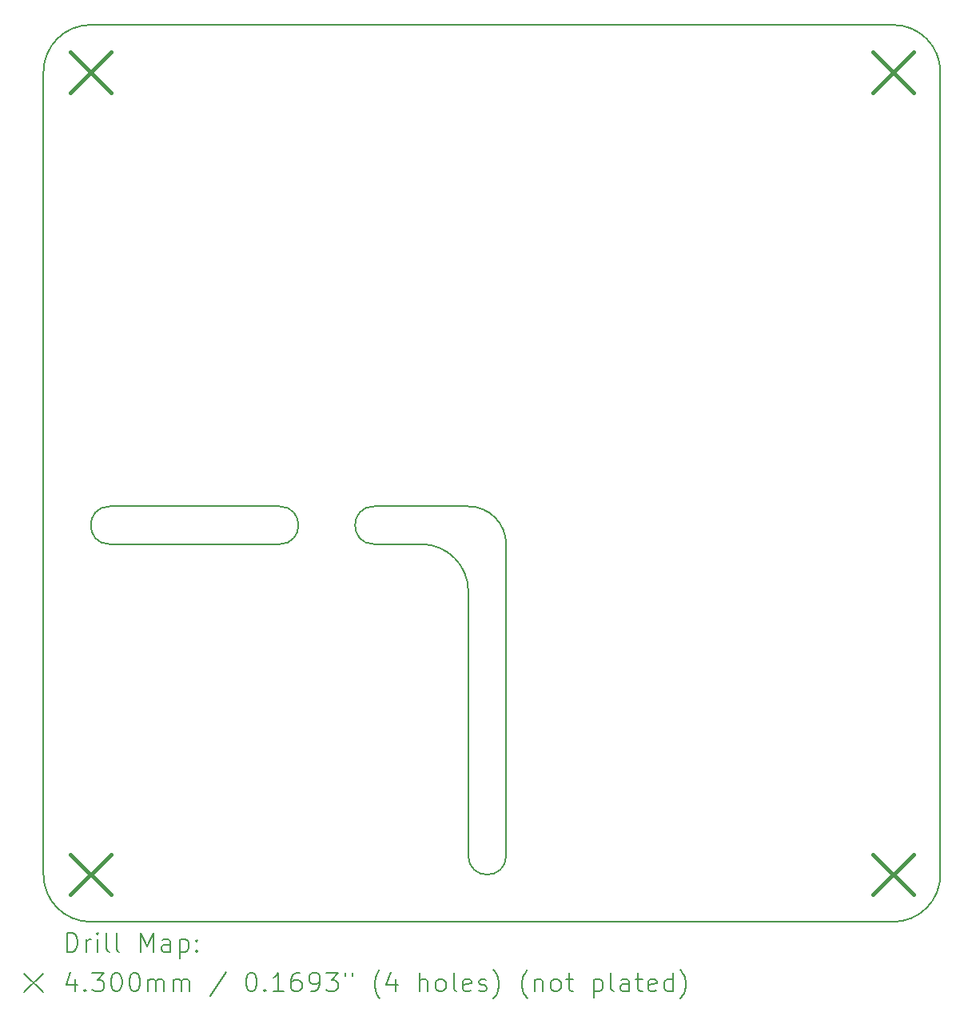
<source format=gbr>
%TF.GenerationSoftware,KiCad,Pcbnew,6.0.11+dfsg-1*%
%TF.CreationDate,2023-12-17T00:58:21-05:00*%
%TF.ProjectId,base_controller,62617365-5f63-46f6-9e74-726f6c6c6572,rev?*%
%TF.SameCoordinates,Original*%
%TF.FileFunction,Drillmap*%
%TF.FilePolarity,Positive*%
%FSLAX45Y45*%
G04 Gerber Fmt 4.5, Leading zero omitted, Abs format (unit mm)*
G04 Created by KiCad (PCBNEW 6.0.11+dfsg-1) date 2023-12-17 00:58:21*
%MOMM*%
%LPD*%
G01*
G04 APERTURE LIST*
%ADD10C,0.150000*%
%ADD11C,0.200000*%
%ADD12C,0.430000*%
G04 APERTURE END LIST*
D10*
X10000000Y-14500000D02*
X10000000Y-6000000D01*
X13500000Y-11000000D02*
X14000000Y-11000000D01*
X10500000Y-5500000D02*
G75*
G03*
X10000000Y-6000000I0J-500000D01*
G01*
X10500000Y-15000000D02*
X19000000Y-15000000D01*
X13500000Y-10600000D02*
G75*
G03*
X13500000Y-11000000I0J-200000D01*
G01*
X14500000Y-11500000D02*
G75*
G03*
X14000000Y-11000000I-500000J0D01*
G01*
X14900000Y-11000000D02*
G75*
G03*
X14500000Y-10600000I-400000J0D01*
G01*
X12500000Y-11000000D02*
G75*
G03*
X12500000Y-10600000I0J200000D01*
G01*
X10500000Y-5500000D02*
X19000000Y-5500000D01*
X19500000Y-6000000D02*
X19500000Y-14500000D01*
X19500000Y-6000000D02*
G75*
G03*
X19000000Y-5500000I-500000J0D01*
G01*
X14500000Y-14300000D02*
G75*
G03*
X14900000Y-14300000I200000J0D01*
G01*
X10700000Y-10600000D02*
X12500000Y-10600000D01*
X10700000Y-10600000D02*
G75*
G03*
X10700000Y-11000000I0J-200000D01*
G01*
X10000000Y-14500000D02*
G75*
G03*
X10500000Y-15000000I500000J0D01*
G01*
X10700000Y-11000000D02*
X12500000Y-11000000D01*
X13500000Y-10600000D02*
X14500000Y-10600000D01*
X14900000Y-11000000D02*
X14900000Y-14300000D01*
X14500000Y-11500000D02*
X14500000Y-14300000D01*
X19000000Y-15000000D02*
G75*
G03*
X19500000Y-14500000I0J500000D01*
G01*
D11*
D12*
X10285000Y-5785000D02*
X10715000Y-6215000D01*
X10715000Y-5785000D02*
X10285000Y-6215000D01*
X10285000Y-14285000D02*
X10715000Y-14715000D01*
X10715000Y-14285000D02*
X10285000Y-14715000D01*
X18785000Y-5785000D02*
X19215000Y-6215000D01*
X19215000Y-5785000D02*
X18785000Y-6215000D01*
X18785000Y-14285000D02*
X19215000Y-14715000D01*
X19215000Y-14285000D02*
X18785000Y-14715000D01*
D11*
X10250119Y-15317976D02*
X10250119Y-15117976D01*
X10297738Y-15117976D01*
X10326310Y-15127500D01*
X10345357Y-15146548D01*
X10354881Y-15165595D01*
X10364405Y-15203690D01*
X10364405Y-15232262D01*
X10354881Y-15270357D01*
X10345357Y-15289405D01*
X10326310Y-15308452D01*
X10297738Y-15317976D01*
X10250119Y-15317976D01*
X10450119Y-15317976D02*
X10450119Y-15184643D01*
X10450119Y-15222738D02*
X10459643Y-15203690D01*
X10469167Y-15194167D01*
X10488214Y-15184643D01*
X10507262Y-15184643D01*
X10573929Y-15317976D02*
X10573929Y-15184643D01*
X10573929Y-15117976D02*
X10564405Y-15127500D01*
X10573929Y-15137024D01*
X10583452Y-15127500D01*
X10573929Y-15117976D01*
X10573929Y-15137024D01*
X10697738Y-15317976D02*
X10678690Y-15308452D01*
X10669167Y-15289405D01*
X10669167Y-15117976D01*
X10802500Y-15317976D02*
X10783452Y-15308452D01*
X10773929Y-15289405D01*
X10773929Y-15117976D01*
X11031071Y-15317976D02*
X11031071Y-15117976D01*
X11097738Y-15260833D01*
X11164405Y-15117976D01*
X11164405Y-15317976D01*
X11345357Y-15317976D02*
X11345357Y-15213214D01*
X11335833Y-15194167D01*
X11316786Y-15184643D01*
X11278690Y-15184643D01*
X11259643Y-15194167D01*
X11345357Y-15308452D02*
X11326309Y-15317976D01*
X11278690Y-15317976D01*
X11259643Y-15308452D01*
X11250119Y-15289405D01*
X11250119Y-15270357D01*
X11259643Y-15251309D01*
X11278690Y-15241786D01*
X11326309Y-15241786D01*
X11345357Y-15232262D01*
X11440595Y-15184643D02*
X11440595Y-15384643D01*
X11440595Y-15194167D02*
X11459643Y-15184643D01*
X11497738Y-15184643D01*
X11516786Y-15194167D01*
X11526309Y-15203690D01*
X11535833Y-15222738D01*
X11535833Y-15279881D01*
X11526309Y-15298928D01*
X11516786Y-15308452D01*
X11497738Y-15317976D01*
X11459643Y-15317976D01*
X11440595Y-15308452D01*
X11621548Y-15298928D02*
X11631071Y-15308452D01*
X11621548Y-15317976D01*
X11612024Y-15308452D01*
X11621548Y-15298928D01*
X11621548Y-15317976D01*
X11621548Y-15194167D02*
X11631071Y-15203690D01*
X11621548Y-15213214D01*
X11612024Y-15203690D01*
X11621548Y-15194167D01*
X11621548Y-15213214D01*
X9792500Y-15547500D02*
X9992500Y-15747500D01*
X9992500Y-15547500D02*
X9792500Y-15747500D01*
X10335833Y-15604643D02*
X10335833Y-15737976D01*
X10288214Y-15528452D02*
X10240595Y-15671309D01*
X10364405Y-15671309D01*
X10440595Y-15718928D02*
X10450119Y-15728452D01*
X10440595Y-15737976D01*
X10431071Y-15728452D01*
X10440595Y-15718928D01*
X10440595Y-15737976D01*
X10516786Y-15537976D02*
X10640595Y-15537976D01*
X10573929Y-15614167D01*
X10602500Y-15614167D01*
X10621548Y-15623690D01*
X10631071Y-15633214D01*
X10640595Y-15652262D01*
X10640595Y-15699881D01*
X10631071Y-15718928D01*
X10621548Y-15728452D01*
X10602500Y-15737976D01*
X10545357Y-15737976D01*
X10526310Y-15728452D01*
X10516786Y-15718928D01*
X10764405Y-15537976D02*
X10783452Y-15537976D01*
X10802500Y-15547500D01*
X10812024Y-15557024D01*
X10821548Y-15576071D01*
X10831071Y-15614167D01*
X10831071Y-15661786D01*
X10821548Y-15699881D01*
X10812024Y-15718928D01*
X10802500Y-15728452D01*
X10783452Y-15737976D01*
X10764405Y-15737976D01*
X10745357Y-15728452D01*
X10735833Y-15718928D01*
X10726310Y-15699881D01*
X10716786Y-15661786D01*
X10716786Y-15614167D01*
X10726310Y-15576071D01*
X10735833Y-15557024D01*
X10745357Y-15547500D01*
X10764405Y-15537976D01*
X10954881Y-15537976D02*
X10973929Y-15537976D01*
X10992976Y-15547500D01*
X11002500Y-15557024D01*
X11012024Y-15576071D01*
X11021548Y-15614167D01*
X11021548Y-15661786D01*
X11012024Y-15699881D01*
X11002500Y-15718928D01*
X10992976Y-15728452D01*
X10973929Y-15737976D01*
X10954881Y-15737976D01*
X10935833Y-15728452D01*
X10926310Y-15718928D01*
X10916786Y-15699881D01*
X10907262Y-15661786D01*
X10907262Y-15614167D01*
X10916786Y-15576071D01*
X10926310Y-15557024D01*
X10935833Y-15547500D01*
X10954881Y-15537976D01*
X11107262Y-15737976D02*
X11107262Y-15604643D01*
X11107262Y-15623690D02*
X11116786Y-15614167D01*
X11135833Y-15604643D01*
X11164405Y-15604643D01*
X11183452Y-15614167D01*
X11192976Y-15633214D01*
X11192976Y-15737976D01*
X11192976Y-15633214D02*
X11202500Y-15614167D01*
X11221548Y-15604643D01*
X11250119Y-15604643D01*
X11269167Y-15614167D01*
X11278690Y-15633214D01*
X11278690Y-15737976D01*
X11373928Y-15737976D02*
X11373928Y-15604643D01*
X11373928Y-15623690D02*
X11383452Y-15614167D01*
X11402500Y-15604643D01*
X11431071Y-15604643D01*
X11450119Y-15614167D01*
X11459643Y-15633214D01*
X11459643Y-15737976D01*
X11459643Y-15633214D02*
X11469167Y-15614167D01*
X11488214Y-15604643D01*
X11516786Y-15604643D01*
X11535833Y-15614167D01*
X11545357Y-15633214D01*
X11545357Y-15737976D01*
X11935833Y-15528452D02*
X11764405Y-15785595D01*
X12192976Y-15537976D02*
X12212024Y-15537976D01*
X12231071Y-15547500D01*
X12240595Y-15557024D01*
X12250119Y-15576071D01*
X12259643Y-15614167D01*
X12259643Y-15661786D01*
X12250119Y-15699881D01*
X12240595Y-15718928D01*
X12231071Y-15728452D01*
X12212024Y-15737976D01*
X12192976Y-15737976D01*
X12173928Y-15728452D01*
X12164405Y-15718928D01*
X12154881Y-15699881D01*
X12145357Y-15661786D01*
X12145357Y-15614167D01*
X12154881Y-15576071D01*
X12164405Y-15557024D01*
X12173928Y-15547500D01*
X12192976Y-15537976D01*
X12345357Y-15718928D02*
X12354881Y-15728452D01*
X12345357Y-15737976D01*
X12335833Y-15728452D01*
X12345357Y-15718928D01*
X12345357Y-15737976D01*
X12545357Y-15737976D02*
X12431071Y-15737976D01*
X12488214Y-15737976D02*
X12488214Y-15537976D01*
X12469167Y-15566548D01*
X12450119Y-15585595D01*
X12431071Y-15595119D01*
X12716786Y-15537976D02*
X12678690Y-15537976D01*
X12659643Y-15547500D01*
X12650119Y-15557024D01*
X12631071Y-15585595D01*
X12621548Y-15623690D01*
X12621548Y-15699881D01*
X12631071Y-15718928D01*
X12640595Y-15728452D01*
X12659643Y-15737976D01*
X12697738Y-15737976D01*
X12716786Y-15728452D01*
X12726309Y-15718928D01*
X12735833Y-15699881D01*
X12735833Y-15652262D01*
X12726309Y-15633214D01*
X12716786Y-15623690D01*
X12697738Y-15614167D01*
X12659643Y-15614167D01*
X12640595Y-15623690D01*
X12631071Y-15633214D01*
X12621548Y-15652262D01*
X12831071Y-15737976D02*
X12869167Y-15737976D01*
X12888214Y-15728452D01*
X12897738Y-15718928D01*
X12916786Y-15690357D01*
X12926309Y-15652262D01*
X12926309Y-15576071D01*
X12916786Y-15557024D01*
X12907262Y-15547500D01*
X12888214Y-15537976D01*
X12850119Y-15537976D01*
X12831071Y-15547500D01*
X12821548Y-15557024D01*
X12812024Y-15576071D01*
X12812024Y-15623690D01*
X12821548Y-15642738D01*
X12831071Y-15652262D01*
X12850119Y-15661786D01*
X12888214Y-15661786D01*
X12907262Y-15652262D01*
X12916786Y-15642738D01*
X12926309Y-15623690D01*
X12992976Y-15537976D02*
X13116786Y-15537976D01*
X13050119Y-15614167D01*
X13078690Y-15614167D01*
X13097738Y-15623690D01*
X13107262Y-15633214D01*
X13116786Y-15652262D01*
X13116786Y-15699881D01*
X13107262Y-15718928D01*
X13097738Y-15728452D01*
X13078690Y-15737976D01*
X13021548Y-15737976D01*
X13002500Y-15728452D01*
X12992976Y-15718928D01*
X13192976Y-15537976D02*
X13192976Y-15576071D01*
X13269167Y-15537976D02*
X13269167Y-15576071D01*
X13564405Y-15814167D02*
X13554881Y-15804643D01*
X13535833Y-15776071D01*
X13526309Y-15757024D01*
X13516786Y-15728452D01*
X13507262Y-15680833D01*
X13507262Y-15642738D01*
X13516786Y-15595119D01*
X13526309Y-15566548D01*
X13535833Y-15547500D01*
X13554881Y-15518928D01*
X13564405Y-15509405D01*
X13726309Y-15604643D02*
X13726309Y-15737976D01*
X13678690Y-15528452D02*
X13631071Y-15671309D01*
X13754881Y-15671309D01*
X13983452Y-15737976D02*
X13983452Y-15537976D01*
X14069167Y-15737976D02*
X14069167Y-15633214D01*
X14059643Y-15614167D01*
X14040595Y-15604643D01*
X14012024Y-15604643D01*
X13992976Y-15614167D01*
X13983452Y-15623690D01*
X14192976Y-15737976D02*
X14173928Y-15728452D01*
X14164405Y-15718928D01*
X14154881Y-15699881D01*
X14154881Y-15642738D01*
X14164405Y-15623690D01*
X14173928Y-15614167D01*
X14192976Y-15604643D01*
X14221548Y-15604643D01*
X14240595Y-15614167D01*
X14250119Y-15623690D01*
X14259643Y-15642738D01*
X14259643Y-15699881D01*
X14250119Y-15718928D01*
X14240595Y-15728452D01*
X14221548Y-15737976D01*
X14192976Y-15737976D01*
X14373928Y-15737976D02*
X14354881Y-15728452D01*
X14345357Y-15709405D01*
X14345357Y-15537976D01*
X14526309Y-15728452D02*
X14507262Y-15737976D01*
X14469167Y-15737976D01*
X14450119Y-15728452D01*
X14440595Y-15709405D01*
X14440595Y-15633214D01*
X14450119Y-15614167D01*
X14469167Y-15604643D01*
X14507262Y-15604643D01*
X14526309Y-15614167D01*
X14535833Y-15633214D01*
X14535833Y-15652262D01*
X14440595Y-15671309D01*
X14612024Y-15728452D02*
X14631071Y-15737976D01*
X14669167Y-15737976D01*
X14688214Y-15728452D01*
X14697738Y-15709405D01*
X14697738Y-15699881D01*
X14688214Y-15680833D01*
X14669167Y-15671309D01*
X14640595Y-15671309D01*
X14621548Y-15661786D01*
X14612024Y-15642738D01*
X14612024Y-15633214D01*
X14621548Y-15614167D01*
X14640595Y-15604643D01*
X14669167Y-15604643D01*
X14688214Y-15614167D01*
X14764405Y-15814167D02*
X14773928Y-15804643D01*
X14792976Y-15776071D01*
X14802500Y-15757024D01*
X14812024Y-15728452D01*
X14821548Y-15680833D01*
X14821548Y-15642738D01*
X14812024Y-15595119D01*
X14802500Y-15566548D01*
X14792976Y-15547500D01*
X14773928Y-15518928D01*
X14764405Y-15509405D01*
X15126309Y-15814167D02*
X15116786Y-15804643D01*
X15097738Y-15776071D01*
X15088214Y-15757024D01*
X15078690Y-15728452D01*
X15069167Y-15680833D01*
X15069167Y-15642738D01*
X15078690Y-15595119D01*
X15088214Y-15566548D01*
X15097738Y-15547500D01*
X15116786Y-15518928D01*
X15126309Y-15509405D01*
X15202500Y-15604643D02*
X15202500Y-15737976D01*
X15202500Y-15623690D02*
X15212024Y-15614167D01*
X15231071Y-15604643D01*
X15259643Y-15604643D01*
X15278690Y-15614167D01*
X15288214Y-15633214D01*
X15288214Y-15737976D01*
X15412024Y-15737976D02*
X15392976Y-15728452D01*
X15383452Y-15718928D01*
X15373928Y-15699881D01*
X15373928Y-15642738D01*
X15383452Y-15623690D01*
X15392976Y-15614167D01*
X15412024Y-15604643D01*
X15440595Y-15604643D01*
X15459643Y-15614167D01*
X15469167Y-15623690D01*
X15478690Y-15642738D01*
X15478690Y-15699881D01*
X15469167Y-15718928D01*
X15459643Y-15728452D01*
X15440595Y-15737976D01*
X15412024Y-15737976D01*
X15535833Y-15604643D02*
X15612024Y-15604643D01*
X15564405Y-15537976D02*
X15564405Y-15709405D01*
X15573928Y-15728452D01*
X15592976Y-15737976D01*
X15612024Y-15737976D01*
X15831071Y-15604643D02*
X15831071Y-15804643D01*
X15831071Y-15614167D02*
X15850119Y-15604643D01*
X15888214Y-15604643D01*
X15907262Y-15614167D01*
X15916786Y-15623690D01*
X15926309Y-15642738D01*
X15926309Y-15699881D01*
X15916786Y-15718928D01*
X15907262Y-15728452D01*
X15888214Y-15737976D01*
X15850119Y-15737976D01*
X15831071Y-15728452D01*
X16040595Y-15737976D02*
X16021548Y-15728452D01*
X16012024Y-15709405D01*
X16012024Y-15537976D01*
X16202500Y-15737976D02*
X16202500Y-15633214D01*
X16192976Y-15614167D01*
X16173928Y-15604643D01*
X16135833Y-15604643D01*
X16116786Y-15614167D01*
X16202500Y-15728452D02*
X16183452Y-15737976D01*
X16135833Y-15737976D01*
X16116786Y-15728452D01*
X16107262Y-15709405D01*
X16107262Y-15690357D01*
X16116786Y-15671309D01*
X16135833Y-15661786D01*
X16183452Y-15661786D01*
X16202500Y-15652262D01*
X16269167Y-15604643D02*
X16345357Y-15604643D01*
X16297738Y-15537976D02*
X16297738Y-15709405D01*
X16307262Y-15728452D01*
X16326309Y-15737976D01*
X16345357Y-15737976D01*
X16488214Y-15728452D02*
X16469167Y-15737976D01*
X16431071Y-15737976D01*
X16412024Y-15728452D01*
X16402500Y-15709405D01*
X16402500Y-15633214D01*
X16412024Y-15614167D01*
X16431071Y-15604643D01*
X16469167Y-15604643D01*
X16488214Y-15614167D01*
X16497738Y-15633214D01*
X16497738Y-15652262D01*
X16402500Y-15671309D01*
X16669167Y-15737976D02*
X16669167Y-15537976D01*
X16669167Y-15728452D02*
X16650119Y-15737976D01*
X16612024Y-15737976D01*
X16592976Y-15728452D01*
X16583452Y-15718928D01*
X16573928Y-15699881D01*
X16573928Y-15642738D01*
X16583452Y-15623690D01*
X16592976Y-15614167D01*
X16612024Y-15604643D01*
X16650119Y-15604643D01*
X16669167Y-15614167D01*
X16745357Y-15814167D02*
X16754881Y-15804643D01*
X16773928Y-15776071D01*
X16783452Y-15757024D01*
X16792976Y-15728452D01*
X16802500Y-15680833D01*
X16802500Y-15642738D01*
X16792976Y-15595119D01*
X16783452Y-15566548D01*
X16773928Y-15547500D01*
X16754881Y-15518928D01*
X16745357Y-15509405D01*
M02*

</source>
